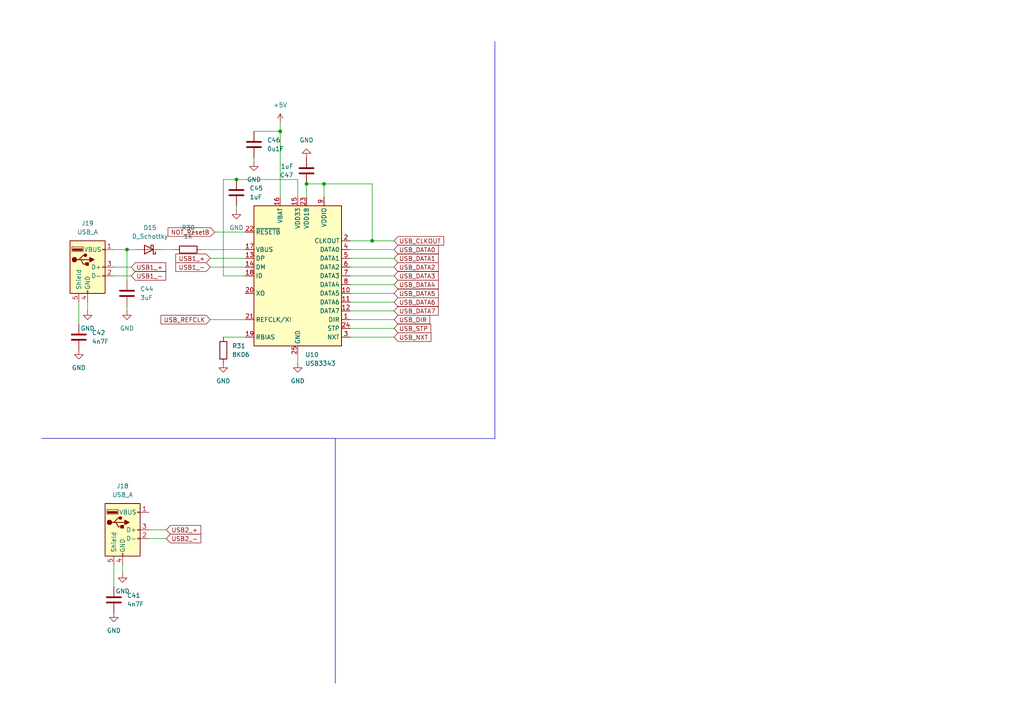
<source format=kicad_sch>
(kicad_sch (version 20250114) (generator "eeschema") (generator_version "9.0")
  (paper "A4")
  (lib_symbols
    (symbol "Connector:USB_A" (pin_names (offset 1.016))
      (property "Reference" "J" (at -5.08 11.43 0))
      (property "Value" "USB_A" (at -5.08 8.89 0))
      (symbol "USB_A_0_1"
        (rectangle (start -5.08 -7.62) (end 5.08 7.62) (stroke (width 0.254)) (fill (type background)))
        (circle (center -3.81 2.159) (radius 0.635) (stroke (width 0.254)) (fill (type outline)))
        (polyline (pts (xy -3.175 2.159) (xy -2.54 2.159) (xy -1.27 3.429) (xy -0.635 3.429)) (stroke (width 0.254)))
        (polyline (pts (xy -2.54 2.159) (xy -1.905 2.159) (xy -1.27 0.889) (xy 0 0.889)) (stroke (width 0.254)))
        (rectangle (start -1.524 4.826) (end -4.318 5.334) (fill (type outline)))
        (rectangle (start -1.27 4.572) (end -4.572 5.842))
        (circle (center -0.635 3.429) (radius 0.381) (stroke (width 0.254)) (fill (type outline)))
        (rectangle (start -0.127 -7.62) (end 0.127 -6.858))
        (rectangle (start 0.254 1.27) (end -0.508 0.508) (stroke (width 0.254)) (fill (type outline)))
        (polyline (pts (xy 0.635 2.794) (xy 0.635 1.524) (xy 1.905 2.159) (xy 0.635 2.794)) (stroke (width 0.254)) (fill (type outline)))
        (rectangle (start 5.08 4.953) (end 4.318 5.207))
        (rectangle (start 5.08 -0.127) (end 4.318 0.127))
        (rectangle (start 5.08 -2.667) (end 4.318 -2.413))
      )
      (symbol "USB_A_1_1"
        (polyline (pts (xy -1.905 2.159) (xy 0.635 2.159)) (stroke (width 0.254)))
        (pin passive line (at -2.54 -10.16 90) (length 2.54) (name "Shield") (number "5"))
        (pin power_in line (at 0 -10.16 90) (length 2.54) (name "GND") (number "4"))
        (pin power_in line (at 7.62 5.08 180) (length 2.54) (name "VBUS") (number "1"))
        (pin bidirectional line (at 7.62 0 180) (length 2.54) (name "D+") (number "3"))
        (pin bidirectional line (at 7.62 -2.54 180) (length 2.54) (name "D-") (number "2"))
      )
    )
    (symbol "Device:C" (pin_numbers (hide yes)) (pin_names (offset 0.254))
      (property "Reference" "C" (at 0.635 2.54 0))
      (property "Value" "C" (at 0.635 -2.54 0))
      (symbol "C_0_1"
        (polyline (pts (xy -2.032 0.762) (xy 2.032 0.762)) (stroke (width 0.508)))
        (polyline (pts (xy -2.032 -0.762) (xy 2.032 -0.762)) (stroke (width 0.508)))
      )
      (symbol "C_1_1"
        (pin passive line (at 0 3.81 270) (length 2.794) (name "~") (number "1"))
        (pin passive line (at 0 -3.81 90) (length 2.794) (name "~") (number "2"))
      )
    )
    (symbol "Device:D_Schottky" (pin_numbers (hide yes)) (pin_names (offset 1.016) (hide yes))
      (property "Reference" "D" (at 0 2.54 0))
      (property "Value" "D_Schottky" (at 0 -2.54 0))
      (symbol "D_Schottky_0_1"
        (polyline (pts (xy -1.905 0.635) (xy -1.905 1.27) (xy -1.27 1.27) (xy -1.27 -1.27) (xy -0.635 -1.27) (xy -0.635 -0.635)) (stroke (width 0.254)))
        (polyline (pts (xy 1.27 1.27) (xy 1.27 -1.27) (xy -1.27 0) (xy 1.27 1.27)) (stroke (width 0.254)))
        (polyline (pts (xy 1.27 0) (xy -1.27 0)))
      )
      (symbol "D_Schottky_1_1"
        (pin passive line (at -3.81 0 0) (length 2.54) (name "K") (number "1"))
        (pin passive line (at 3.81 0 180) (length 2.54) (name "A") (number "2"))
      )
    )
    (symbol "Device:R" (pin_numbers (hide yes)) (pin_names (offset 0))
      (property "Reference" "R" (at 2.032 0 90))
      (property "Value" "R" (at 0 0 90))
      (symbol "R_0_1"
        (rectangle (start -1.016 -2.54) (end 1.016 2.54) (stroke (width 0.254)))
      )
      (symbol "R_1_1"
        (pin passive line (at 0 3.81 270) (length 1.27) (name "~") (number "1"))
        (pin passive line (at 0 -3.81 90) (length 1.27) (name "~") (number "2"))
      )
    )
    (symbol "Interface_USB:USB3343"
      (property "Reference" "U" (at 0 2.54 0))
      (property "Value" "USB3343" (at 0 0 0))
      (symbol "USB3343_0_1"
        (rectangle (start -12.7 20.32) (end 12.7 -20.32) (stroke (width 0.254)) (fill (type background)))
      )
      (symbol "USB3343_1_1"
        (pin input line (at -15.24 12.7 0) (length 2.54) (name "~{RESETB}") (number "22"))
        (pin input line (at -15.24 7.62 0) (length 2.54) (name "VBUS") (number "17"))
        (pin bidirectional line (at -15.24 5.08 0) (length 2.54) (name "DP") (number "13"))
        (pin bidirectional line (at -15.24 2.54 0) (length 2.54) (name "DM") (number "14"))
        (pin input line (at -15.24 0 0) (length 2.54) (name "ID") (number "18"))
        (pin output line (at -15.24 -5.08 0) (length 2.54) (name "XO") (number "20"))
        (pin input line (at -15.24 -12.7 0) (length 2.54) (name "REFCLK/XI") (number "21"))
        (pin passive line (at -15.24 -17.78 0) (length 2.54) (name "RBIAS") (number "19"))
        (pin power_in line (at -5.08 22.86 270) (length 2.54) (name "VBAT") (number "16"))
        (pin power_out line (at 0 22.86 270) (length 2.54) (name "VDD33") (number "15"))
        (pin power_in line (at 0 -22.86 90) (length 2.54) (name "GND") (number "25"))
        (pin power_out line (at 2.54 22.86 270) (length 2.54) (name "VDD18") (number "23"))
        (pin power_in line (at 7.62 22.86 270) (length 2.54) (name "VDDIO") (number "9"))
        (pin output line (at 15.24 10.16 180) (length 2.54) (name "CLKOUT") (number "2"))
        (pin bidirectional line (at 15.24 7.62 180) (length 2.54) (name "DATA0") (number "4"))
        (pin bidirectional line (at 15.24 5.08 180) (length 2.54) (name "DATA1") (number "5"))
        (pin bidirectional line (at 15.24 2.54 180) (length 2.54) (name "DATA2") (number "6"))
        (pin bidirectional line (at 15.24 0 180) (length 2.54) (name "DATA3") (number "7"))
        (pin bidirectional line (at 15.24 -2.54 180) (length 2.54) (name "DATA4") (number "8"))
        (pin bidirectional line (at 15.24 -5.08 180) (length 2.54) (name "DATA5") (number "10"))
        (pin bidirectional line (at 15.24 -7.62 180) (length 2.54) (name "DATA6") (number "11"))
        (pin bidirectional line (at 15.24 -10.16 180) (length 2.54) (name "DATA7") (number "12"))
        (pin output line (at 15.24 -12.7 180) (length 2.54) (name "DIR") (number "1"))
        (pin input line (at 15.24 -15.24 180) (length 2.54) (name "STP") (number "24"))
        (pin output line (at 15.24 -17.78 180) (length 2.54) (name "NXT") (number "3"))
      )
    )
    (symbol "power:+5C" (power) (pin_numbers (hide yes)) (pin_names (offset 0) (hide yes))
      (property "Value" "+5C" (at 0 3.556 0))
      (symbol "+5C_0_1"
        (polyline (pts (xy -0.762 1.27) (xy 0 2.54)))
        (polyline (pts (xy 0 2.54) (xy 0.762 1.27)))
        (polyline (pts (xy 0 0) (xy 0 2.54)))
      )
      (symbol "+5C_1_1"
        (pin power_in line (at 0 0 90) (length 0) (name "~") (number "1"))
      )
    )
    (symbol "power:GND" (power) (pin_numbers (hide yes)) (pin_names (offset 0) (hide yes))
      (property "Value" "GND" (at 0 -3.81 0))
      (symbol "GND_0_1"
        (polyline (pts (xy 0 0) (xy 0 -1.27) (xy 1.27 -1.27) (xy 0 -2.54) (xy -1.27 -1.27) (xy 0 -1.27)))
      )
      (symbol "GND_1_1"
        (pin power_in line (at 0 0 270) (length 0) (name "~") (number "1"))
      )
    )
  )
  (junction (at 36.83 72.39))
  (junction (at 88.9 53.34))
  (junction (at 81.28 38.1))
  (junction (at 107.95 69.85))
  (junction (at 68.58 52.07))
  (junction (at 93.98 53.34))
  (polyline (pts (xy 97.2487 127.1409) (xy 97.2487 198.0677)))
  (wire (pts (xy 71.12 80.01) (xy 64.77 80.01)))
  (wire (pts (xy 60.96 77.47) (xy 71.12 77.47)))
  (wire (pts (xy 36.83 72.39) (xy 36.83 81.28)))
  (wire (pts (xy 101.6 77.47) (xy 114.3 77.47)))
  (wire (pts (xy 86.36 105.41) (xy 86.36 102.87)))
  (wire (pts (xy 73.66 45.72) (xy 73.66 46.99)))
  (wire (pts (xy 101.6 74.93) (xy 114.3 74.93)))
  (wire (pts (xy 101.6 82.55) (xy 114.3 82.55)))
  (wire (pts (xy 101.6 87.63) (xy 114.3 87.63)))
  (polyline (pts (xy 12.0892 127.1409) (xy 97.2487 127.1409)))
  (wire (pts (xy 101.6 90.17) (xy 114.3 90.17)))
  (wire (pts (xy 107.95 53.34) (xy 107.95 69.85)))
  (wire (pts (xy 93.98 53.34) (xy 93.98 57.15)))
  (wire (pts (xy 33.02 77.47) (xy 38.1 77.47)))
  (wire (pts (xy 36.83 88.9) (xy 36.83 90.17)))
  (wire (pts (xy 64.77 80.01) (xy 64.77 52.07)))
  (wire (pts (xy 101.6 97.79) (xy 114.3 97.79)))
  (wire (pts (xy 33.02 80.01) (xy 38.1 80.01)))
  (wire (pts (xy 33.02 72.39) (xy 36.83 72.39)))
  (wire (pts (xy 101.6 92.71) (xy 114.3 92.71)))
  (wire (pts (xy 107.95 69.85) (xy 114.3 69.85)))
  (wire (pts (xy 81.28 38.1) (xy 81.28 57.15)))
  (polyline (pts (xy 97.2487 198.0677) (xy 97.3164 198.0677)))
  (wire (pts (xy 58.42 72.39) (xy 71.12 72.39)))
  (wire (pts (xy 64.77 97.79) (xy 71.12 97.79)))
  (wire (pts (xy 22.86 87.63) (xy 22.86 93.98)))
  (wire (pts (xy 25.4 87.63) (xy 25.4 90.17)))
  (wire (pts (xy 36.83 72.39) (xy 39.37 72.39)))
  (wire (pts (xy 60.96 92.71) (xy 71.12 92.71)))
  (wire (pts (xy 64.77 52.07) (xy 68.58 52.07)))
  (polyline (pts (xy 143.5373 12.0325) (xy 143.5373 127.1879)))
  (wire (pts (xy 60.96 74.93) (xy 71.12 74.93)))
  (wire (pts (xy 101.6 80.01) (xy 114.3 80.01)))
  (wire (pts (xy 88.9 53.34) (xy 88.9 57.15)))
  (wire (pts (xy 43.18 156.21) (xy 48.26 156.21)))
  (wire (pts (xy 101.6 69.85) (xy 107.95 69.85)))
  (wire (pts (xy 68.58 59.69) (xy 68.58 60.96)))
  (wire (pts (xy 73.66 38.1) (xy 81.28 38.1)))
  (wire (pts (xy 33.02 163.83) (xy 33.02 170.18)))
  (wire (pts (xy 68.58 52.07) (xy 86.36 52.07)))
  (wire (pts (xy 43.18 153.67) (xy 48.26 153.67)))
  (polyline (pts (xy 97.2763 127.1879) (xy 143.5373 127.1879)))
  (wire (pts (xy 46.99 72.39) (xy 50.8 72.39)))
  (wire (pts (xy 93.98 53.34) (xy 107.95 53.34)))
  (wire (pts (xy 35.56 163.83) (xy 35.56 166.37)))
  (wire (pts (xy 101.6 85.09) (xy 114.3 85.09)))
  (wire (pts (xy 86.36 52.07) (xy 86.36 57.15)))
  (wire (pts (xy 81.28 35.56) (xy 81.28 38.1)))
  (wire (pts (xy 101.6 72.39) (xy 114.3 72.39)))
  (wire (pts (xy 62.23 67.31) (xy 71.12 67.31)))
  (wire (pts (xy 101.6 95.25) (xy 114.3 95.25)))
  (wire (pts (xy 88.9 53.34) (xy 93.98 53.34)))
  (global_label "USB1_+" (shape input) (at 60.96 74.93 180) (property "Intersheetrefs" "${INTERSHEET_REFS}" (effects (hide yes))))
  (global_label "USB_DIR" (shape input) (at 114.3 92.71 0) (property "Intersheetrefs" "${INTERSHEET_REFS}" (effects (hide yes))))
  (global_label "NOT_ResetB" (shape input) (at 62.23 67.31 180) (property "Intersheetrefs" "${INTERSHEET_REFS}" (effects (hide yes))))
  (global_label "USB_DATA0" (shape input) (at 114.3 72.39 0) (property "Intersheetrefs" "${INTERSHEET_REFS}" (effects (hide yes))))
  (global_label "USB_DATA3" (shape input) (at 114.3 80.01 0) (property "Intersheetrefs" "${INTERSHEET_REFS}" (effects (hide yes))))
  (global_label "USB_DATA1" (shape input) (at 114.3 74.93 0) (property "Intersheetrefs" "${INTERSHEET_REFS}" (effects (hide yes))))
  (global_label "USB1_+" (shape input) (at 38.1 77.47 0) (property "Intersheetrefs" "${INTERSHEET_REFS}" (effects (hide yes))))
  (global_label "USB_CLKOUT" (shape input) (at 114.3 69.85 0) (property "Intersheetrefs" "${INTERSHEET_REFS}" (effects (hide yes))))
  (global_label "USB2_-" (shape input) (at 48.26 156.21 0) (property "Intersheetrefs" "${INTERSHEET_REFS}" (effects (hide yes))))
  (global_label "USB1_-" (shape input) (at 60.96 77.47 180) (property "Intersheetrefs" "${INTERSHEET_REFS}" (effects (hide yes))))
  (global_label "USB_DATA7" (shape input) (at 114.3 90.17 0) (property "Intersheetrefs" "${INTERSHEET_REFS}" (effects (hide yes))))
  (global_label "USB_REFCLK" (shape input) (at 60.96 92.71 180) (property "Intersheetrefs" "${INTERSHEET_REFS}" (effects (hide yes))))
  (global_label "USB_DATA6" (shape input) (at 114.3 87.63 0) (property "Intersheetrefs" "${INTERSHEET_REFS}" (effects (hide yes))))
  (global_label "USB_DATA4" (shape input) (at 114.3 82.55 0) (property "Intersheetrefs" "${INTERSHEET_REFS}" (effects (hide yes))))
  (global_label "USB_DATA5" (shape input) (at 114.3 85.09 0) (property "Intersheetrefs" "${INTERSHEET_REFS}" (effects (hide yes))))
  (global_label "USB_STP" (shape input) (at 114.3 95.25 0) (property "Intersheetrefs" "${INTERSHEET_REFS}" (effects (hide yes))))
  (global_label "USB_NXT" (shape input) (at 114.3 97.79 0) (property "Intersheetrefs" "${INTERSHEET_REFS}" (effects (hide yes))))
  (global_label "USB2_+" (shape input) (at 48.26 153.67 0) (property "Intersheetrefs" "${INTERSHEET_REFS}" (effects (hide yes))))
  (global_label "USB_DATA2" (shape input) (at 114.3 77.47 0) (property "Intersheetrefs" "${INTERSHEET_REFS}" (effects (hide yes))))
  (global_label "USB1_-" (shape input) (at 38.1 80.01 0) (property "Intersheetrefs" "${INTERSHEET_REFS}" (effects (hide yes))))
  (symbol (lib_id "power:GND") (at 22.86 101.6 0) (unit 1)
    (property "Reference" "#PWR0111" (effects (hide yes)))
    (property "Value" "GND" (at 22.86 106.68 0))
    (property "Description" "Power symbol creates a global label with name \"GND\" , ground" (effects (hide yes)))
  )
  (symbol (lib_id "Device:D_Schottky") (at 43.18 72.39 180) (unit 1)
    (property "Reference" "D15" (at 43.4975 66.04 0))
    (property "Value" "D_Schottky" (at 43.4975 68.58 0))
    (property "Footprint" "Diode_SMD:D_0603_1608Metric_Pad1.05x0.95mm_HandSolder" (effects (hide yes)))
    (property "Description" "Schottky diode" (effects (hide yes)))
  )
  (symbol (lib_id "Device:C") (at 22.86 97.79 0) (unit 1)
    (property "Reference" "C42" (at 26.67 96.5199 0) (effects (justify left)))
    (property "Value" "4n7F" (at 26.67 99.0599 0) (effects (justify left)))
    (property "Footprint" "Capacitor_SMD:C_0603_1608Metric" (effects (hide yes)))
    (property "Description" "Unpolarized capacitor" (effects (hide yes)))
  )
  (symbol (lib_id "power:GND") (at 36.83 90.17 0) (unit 1)
    (property "Reference" "#PWR0115" (effects (hide yes)))
    (property "Value" "GND" (at 36.83 95.25 0))
    (property "Description" "Power symbol creates a global label with name \"GND\" , ground" (effects (hide yes)))
  )
  (symbol (lib_id "Device:C") (at 68.58 55.88 0) (unit 1)
    (property "Reference" "C45" (at 72.39 54.6099 0) (effects (justify left)))
    (property "Value" "1uF" (at 72.39 57.1499 0) (effects (justify left)))
    (property "Footprint" "Capacitor_SMD:C_0603_1608Metric" (effects (hide yes)))
    (property "Description" "Unpolarized capacitor" (effects (hide yes)))
  )
  (symbol (lib_id "Device:C") (at 88.9 49.53 180) (unit 1)
    (property "Reference" "C47" (at 85.09 50.8001 0) (effects (justify left)))
    (property "Value" "1uF" (at 85.09 48.2601 0) (effects (justify left)))
    (property "Footprint" "Capacitor_SMD:C_0603_1608Metric" (effects (hide yes)))
    (property "Description" "Unpolarized capacitor" (effects (hide yes)))
  )
  (symbol (lib_id "power:GND") (at 64.77 105.41 0) (unit 1)
    (property "Reference" "#PWR0116" (effects (hide yes)))
    (property "Value" "GND" (at 64.77 110.49 0))
    (property "Description" "Power symbol creates a global label with name \"GND\" , ground" (effects (hide yes)))
  )
  (symbol (lib_id "Connector:USB_A") (at 25.4 77.47 0) (unit 1)
    (property "Reference" "J19" (at 25.4 64.77 0))
    (property "Value" "USB_A" (at 25.4 67.31 0))
    (property "Footprint" "Connector_USB:USB_A_Stewart_SS-52100-001_Horizontal" (effects (hide yes)))
    (property "Description" "USB Type A connector" (effects (hide yes)))
  )
  (symbol (lib_id "power:GND") (at 88.9 45.72 180) (unit 1)
    (property "Reference" "#PWR0121" (effects (hide yes)))
    (property "Value" "GND" (at 88.9 40.64 0))
    (property "Description" "Power symbol creates a global label with name \"GND\" , ground" (effects (hide yes)))
  )
  (symbol (lib_id "power:GND") (at 86.36 105.41 0) (unit 1)
    (property "Reference" "#PWR0120" (effects (hide yes)))
    (property "Value" "GND" (at 86.36 110.49 0))
    (property "Description" "Power symbol creates a global label with name \"GND\" , ground" (effects (hide yes)))
  )
  (symbol (lib_id "power:GND") (at 33.02 177.8 0) (unit 1)
    (property "Reference" "#PWR0110" (effects (hide yes)))
    (property "Value" "GND" (at 33.02 182.88 0))
    (property "Description" "Power symbol creates a global label with name \"GND\" , ground" (effects (hide yes)))
  )
  (symbol (lib_id "power:GND") (at 25.4 90.17 0) (unit 1)
    (property "Reference" "#PWR0113" (effects (hide yes)))
    (property "Value" "GND" (at 25.4 95.25 0))
    (property "Description" "Power symbol creates a global label with name \"GND\" , ground" (effects (hide yes)))
  )
  (symbol (lib_id "Device:R") (at 64.77 101.6 0) (unit 1)
    (property "Reference" "R31" (at 67.31 100.3299 0) (effects (justify left)))
    (property "Value" "8K06" (at 67.31 102.8699 0) (effects (justify left)))
    (property "Footprint" "Resistor_SMD:R_0603_1608Metric" (effects (hide yes)))
    (property "Description" "Resistor" (effects (hide yes)))
  )
  (symbol (lib_id "Device:C") (at 36.83 85.09 0) (unit 1)
    (property "Reference" "C44" (at 40.64 83.8199 0) (effects (justify left)))
    (property "Value" "3uF" (at 40.64 86.3599 0) (effects (justify left)))
    (property "Footprint" "Capacitor_SMD:C_0603_1608Metric" (effects (hide yes)))
    (property "Description" "Unpolarized capacitor" (effects (hide yes)))
  )
  (symbol (lib_id "Device:C") (at 73.66 41.91 0) (unit 1)
    (property "Reference" "C46" (at 77.47 40.6399 0) (effects (justify left)))
    (property "Value" "0u1F" (at 77.47 43.1799 0) (effects (justify left)))
    (property "Footprint" "Capacitor_SMD:C_0603_1608Metric" (effects (hide yes)))
    (property "Description" "Unpolarized capacitor" (effects (hide yes)))
  )
  (symbol (lib_id "Device:R") (at 54.61 72.39 90) (unit 1)
    (property "Reference" "R30" (at 54.61 66.04 90))
    (property "Value" "1K" (at 54.61 68.58 90))
    (property "Footprint" "Resistor_SMD:R_0603_1608Metric" (effects (hide yes)))
    (property "Description" "Resistor" (effects (hide yes)))
  )
  (symbol (lib_id "Interface_USB:USB3343") (at 86.36 80.01 0) (unit 1)
    (property "Reference" "U10" (at 88.5033 102.87 0) (effects (justify left)))
    (property "Value" "USB3343" (at 88.5033 105.41 0) (effects (justify left)))
    (property "Footprint" "Package_DFN_QFN:QFN-24-1EP_4x4mm_P0.5mm_EP2.6x2.6mm" (effects (hide yes)))
    (property "Datasheet" "http://ww1.microchip.com/downloads/en/DeviceDoc/334x.pdf" (effects (hide yes)))
    (property "Description" "Hi-Speed USB ULPI Transceiver, QFN-24" (effects (hide yes)))
  )
  (symbol (lib_id "Device:C") (at 33.02 173.99 0) (unit 1)
    (property "Reference" "C41" (at 36.83 172.7199 0) (effects (justify left)))
    (property "Value" "4n7F" (at 36.83 175.2599 0) (effects (justify left)))
    (property "Footprint" "Capacitor_SMD:C_0603_1608Metric" (effects (hide yes)))
    (property "Description" "Unpolarized capacitor" (effects (hide yes)))
  )
  (symbol (lib_id "power:+5C") (at 81.28 35.56 0) (unit 1)
    (property "Reference" "#PWR0119" (effects (hide yes)))
    (property "Value" "+5V" (at 81.28 30.48 0))
    (property "Description" "Power symbol creates a global label with name \"+5C\"" (effects (hide yes)))
  )
  (symbol (lib_id "power:GND") (at 73.66 46.99 0) (unit 1)
    (property "Reference" "#PWR0118" (effects (hide yes)))
    (property "Value" "GND" (at 73.66 52.07 0))
    (property "Description" "Power symbol creates a global label with name \"GND\" , ground" (effects (hide yes)))
  )
  (symbol (lib_id "power:GND") (at 35.56 166.37 0) (unit 1)
    (property "Reference" "#PWR0112" (effects (hide yes)))
    (property "Value" "GND" (at 35.56 171.45 0))
    (property "Description" "Power symbol creates a global label with name \"GND\" , ground" (effects (hide yes)))
  )
  (symbol (lib_id "power:GND") (at 68.58 60.96 0) (unit 1)
    (property "Reference" "#PWR0117" (effects (hide yes)))
    (property "Value" "GND" (at 68.58 66.04 0))
    (property "Description" "Power symbol creates a global label with name \"GND\" , ground" (effects (hide yes)))
  )
  (symbol (lib_id "Connector:USB_A") (at 35.56 153.67 0) (unit 1)
    (property "Reference" "J18" (at 35.56 140.97 0))
    (property "Value" "USB_A" (at 35.56 143.51 0))
    (property "Footprint" "Connector_USB:USB_A_Stewart_SS-52100-001_Horizontal" (effects (hide yes)))
    (property "Description" "USB Type A connector" (effects (hide yes)))
  )
)
</source>
